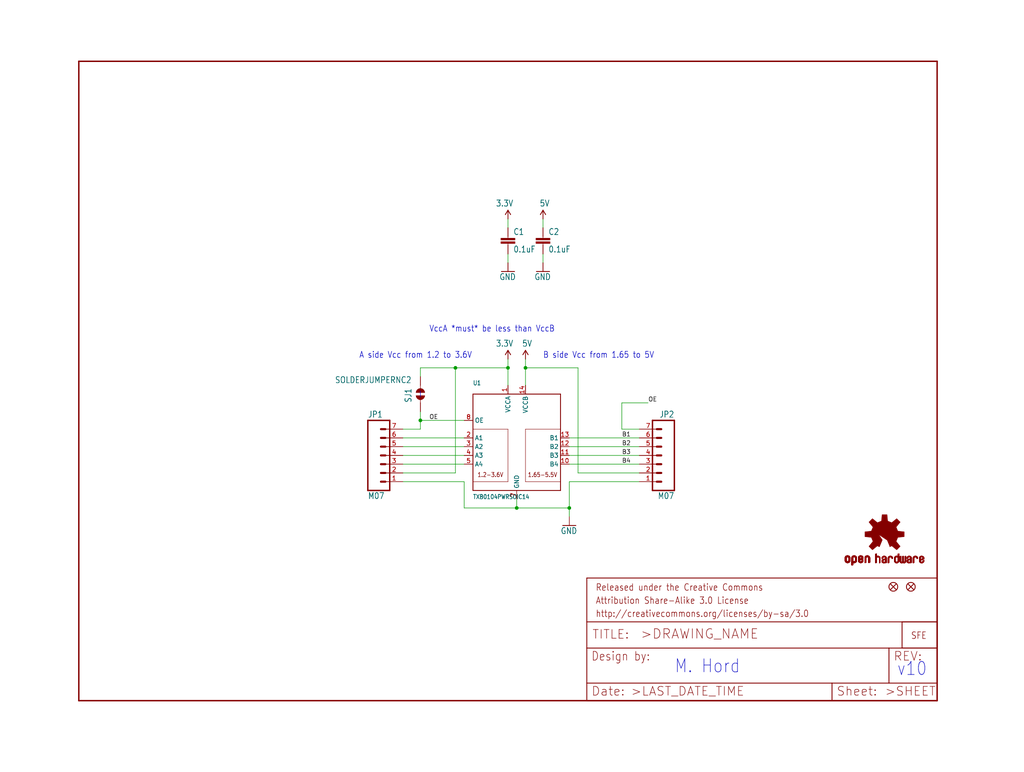
<source format=kicad_sch>
(kicad_sch (version 20211123) (generator eeschema)
  (paper "User" 297.002 223.926)
  (lib_symbols
    (symbol "eagleSchem-eagle-import:0.1UF-25V(+80{slash}-20%)(0603)"
      (property "Reference" "C" (at 1.524 2.921 0))
      (property "Value" "0.1UF-25V(+80{slash}-20%)(0603)" (at 1.524 -2.159 0))
      (symbol "0.1UF-25V(+80{slash}-20%)(0603)_1_0"
        (pin passive line (at 0 5.08 270) (length 2.54) (name "1") (number "1"))
        (pin passive line (at 0 -2.54 90) (length 2.54) (name "2") (number "2"))
      )
    )
    (symbol "eagleSchem-eagle-import:3.3V" (power)
      (property "Value" "3.3V" (at -1.016 3.556 0))
      (symbol "3.3V_1_0"
        (pin power_in line (at 0 0 90) (length 2.54) (name "3.3V") (number "1"))
      )
    )
    (symbol "eagleSchem-eagle-import:5V" (power)
      (property "Value" "5V" (at -1.016 3.556 0))
      (symbol "5V_1_0"
        (pin power_in line (at 0 0 90) (length 2.54) (name "5V") (number "1"))
      )
    )
    (symbol "eagleSchem-eagle-import:FIDUCIALUFIDUCIAL")
    (symbol "eagleSchem-eagle-import:FRAME-LETTER"
      (symbol "FRAME-LETTER_2_0"
        (text ">DRAWING_NAME" (at 15.494 17.78 0) (effects (font (size 2.7432 2.7432)) (justify left bottom)))
        (text ">LAST_DATE_TIME" (at 12.7 1.27 0) (effects (font (size 2.54 2.54)) (justify left bottom)))
        (text ">SHEET" (at 86.36 1.27 0) (effects (font (size 2.54 2.54)) (justify left bottom)))
        (text "Attribution Share-Alike 3.0 License" (at 2.54 27.94 0) (effects (font (size 1.9304 1.6408)) (justify left bottom)))
        (text "Date:" (at 1.27 1.27 0) (effects (font (size 2.54 2.54)) (justify left bottom)))
        (text "Design by:" (at 1.27 11.43 0) (effects (font (size 2.54 2.159)) (justify left bottom)))
        (text "http://creativecommons.org/licenses/by-sa/3.0" (at 2.54 24.13 0) (effects (font (size 1.9304 1.6408)) (justify left bottom)))
        (text "Released under the Creative Commons" (at 2.54 31.75 0) (effects (font (size 1.9304 1.6408)) (justify left bottom)))
        (text "REV:" (at 88.9 11.43 0) (effects (font (size 2.54 2.54)) (justify left bottom)))
        (text "Sheet:" (at 72.39 1.27 0) (effects (font (size 2.54 2.54)) (justify left bottom)))
        (text "TITLE:" (at 1.524 17.78 0) (effects (font (size 2.54 2.54)) (justify left bottom)))
      )
    )
    (symbol "eagleSchem-eagle-import:GND" (power)
      (property "Value" "GND" (at -2.54 -2.54 0))
      (symbol "GND_1_0"
        (pin power_in line (at 0 2.54 270) (length 2.54) (name "GND") (number "1"))
      )
    )
    (symbol "eagleSchem-eagle-import:LOGO-SFESK"
      (symbol "LOGO-SFESK_1_0"
        (text "SFE" (at 0 0 0) (effects (font (size 1.9304 1.6408)) (justify left bottom)))
      )
    )
    (symbol "eagleSchem-eagle-import:M07"
      (property "Reference" "JP" (at -5.08 13.462 0))
      (property "Value" "M07" (at -5.08 -10.16 0))
      (symbol "M07_1_0"
        (pin passive line (at 5.08 -5.08 180) (length 5.08) (name "1") (number "1"))
        (pin passive line (at 5.08 -2.54 180) (length 5.08) (name "2") (number "2"))
        (pin passive line (at 5.08 0 180) (length 5.08) (name "3") (number "3"))
        (pin passive line (at 5.08 2.54 180) (length 5.08) (name "4") (number "4"))
        (pin passive line (at 5.08 5.08 180) (length 5.08) (name "5") (number "5"))
        (pin passive line (at 5.08 7.62 180) (length 5.08) (name "6") (number "6"))
        (pin passive line (at 5.08 10.16 180) (length 5.08) (name "7") (number "7"))
      )
    )
    (symbol "eagleSchem-eagle-import:OSHW-LOGOS")
    (symbol "eagleSchem-eagle-import:SOLDERJUMPERNC2"
      (property "Reference" "SJ" (at -2.54 2.54 0))
      (property "Value" "SOLDERJUMPERNC2" (at -2.54 -5.08 0))
      (symbol "SOLDERJUMPERNC2_1_0"
        (pin passive line (at -5.08 0 0) (length 2.54) (name "1") (number "1"))
        (pin passive line (at 5.08 0 180) (length 2.54) (name "2") (number "2"))
      )
    )
    (symbol "eagleSchem-eagle-import:TXB0104PWRSOIC14"
      (property "Reference" "U" (at -12.7 17.78 0))
      (property "Value" "TXB0104PWRSOIC14" (at -12.7 -15.24 0))
      (symbol "TXB0104PWRSOIC14_1_0"
        (text "1.2-3.6V" (at -11.43 -8.89 0) (effects (font (size 1.27 1.0795)) (justify left bottom)))
        (text "1.65-5.5V" (at 3.175 -8.89 0) (effects (font (size 1.27 1.0795)) (justify left bottom)))
        (pin bidirectional line (at -2.54 17.78 270) (length 2.54) (name "VCCA") (number "1"))
        (pin bidirectional line (at 15.24 -5.08 180) (length 2.54) (name "B4") (number "10"))
        (pin bidirectional line (at 15.24 -2.54 180) (length 2.54) (name "B3") (number "11"))
        (pin bidirectional line (at 15.24 0 180) (length 2.54) (name "B2") (number "12"))
        (pin bidirectional line (at 15.24 2.54 180) (length 2.54) (name "B1") (number "13"))
        (pin bidirectional line (at 2.54 17.78 270) (length 2.54) (name "VCCB") (number "14"))
        (pin bidirectional line (at -15.24 2.54 0) (length 2.54) (name "A1") (number "2"))
        (pin bidirectional line (at -15.24 0 0) (length 2.54) (name "A2") (number "3"))
        (pin bidirectional line (at -15.24 -2.54 0) (length 2.54) (name "A3") (number "4"))
        (pin bidirectional line (at -15.24 -5.08 0) (length 2.54) (name "A4") (number "5"))
        (pin bidirectional line (at 0 -15.24 90) (length 2.54) (name "GND") (number "7"))
        (pin bidirectional line (at -15.24 7.62 0) (length 2.54) (name "OE") (number "8"))
      )
    )
  )
  (junction (at 149.86 147.32))
  (junction (at 147.32 106.68))
  (junction (at 152.4 106.68))
  (junction (at 165.1 147.32))
  (junction (at 132.08 106.68))
  (junction (at 121.92 121.92))
  (polyline (pts (xy 121.92 115.062) (xy 121.92 113.284)))
  (wire (pts (xy 167.64 106.68) (xy 152.4 106.68)))
  (wire (pts (xy 132.08 137.16) (xy 132.08 106.68)))
  (wire (pts (xy 134.62 147.32) (xy 149.86 147.32)))
  (wire (pts (xy 147.32 76.2) (xy 147.32 73.66)))
  (wire (pts (xy 121.92 121.92) (xy 121.92 119.38)))
  (wire (pts (xy 134.62 139.7) (xy 134.62 147.32)))
  (wire (pts (xy 147.32 106.68) (xy 147.32 104.14)))
  (wire (pts (xy 149.86 147.32) (xy 149.86 144.78)))
  (wire (pts (xy 116.84 137.16) (xy 132.08 137.16)))
  (wire (pts (xy 157.48 73.66) (xy 157.48 76.2)))
  (wire (pts (xy 147.32 106.68) (xy 147.32 111.76)))
  (wire (pts (xy 167.64 137.16) (xy 167.64 106.68)))
  (wire (pts (xy 185.42 124.46) (xy 180.34 124.46)))
  (wire (pts (xy 134.62 121.92) (xy 121.92 121.92)))
  (wire (pts (xy 116.84 134.62) (xy 134.62 134.62)))
  (wire (pts (xy 165.1 127) (xy 185.42 127)))
  (wire (pts (xy 185.42 137.16) (xy 167.64 137.16)))
  (wire (pts (xy 165.1 129.54) (xy 185.42 129.54)))
  (wire (pts (xy 165.1 149.86) (xy 165.1 147.32)))
  (wire (pts (xy 147.32 66.04) (xy 147.32 63.5)))
  (wire (pts (xy 134.62 132.08) (xy 116.84 132.08)))
  (wire (pts (xy 165.1 132.08) (xy 185.42 132.08)))
  (wire (pts (xy 134.62 127) (xy 116.84 127)))
  (wire (pts (xy 132.08 106.68) (xy 147.32 106.68)))
  (wire (pts (xy 165.1 134.62) (xy 185.42 134.62)))
  (wire (pts (xy 149.86 147.32) (xy 165.1 147.32)))
  (wire (pts (xy 165.1 147.32) (xy 165.1 139.7)))
  (wire (pts (xy 152.4 104.14) (xy 152.4 106.68)))
  (wire (pts (xy 180.34 124.46) (xy 180.34 116.84)))
  (wire (pts (xy 116.84 124.46) (xy 121.92 124.46)))
  (wire (pts (xy 121.92 106.68) (xy 132.08 106.68)))
  (wire (pts (xy 165.1 139.7) (xy 185.42 139.7)))
  (wire (pts (xy 152.4 106.68) (xy 152.4 111.76)))
  (wire (pts (xy 116.84 139.7) (xy 134.62 139.7)))
  (wire (pts (xy 157.48 63.5) (xy 157.48 66.04)))
  (wire (pts (xy 121.92 124.46) (xy 121.92 121.92)))
  (wire (pts (xy 121.92 109.22) (xy 121.92 106.68)))
  (wire (pts (xy 180.34 116.84) (xy 187.96 116.84)))
  (wire (pts (xy 116.84 129.54) (xy 134.62 129.54)))
  (text "A side Vcc from 1.2 to 3.6V" (at 104.14 104.14 180) (effects (font (size 1.778 1.5113)) (justify left bottom)))
  (text "M. Hord" (at 195.58 195.58 180) (effects (font (size 3.81 3.2385)) (justify left bottom)))
  (text "B side Vcc from 1.65 to 5V" (at 157.48 104.14 180) (effects (font (size 1.778 1.5113)) (justify left bottom)))
  (text "v10" (at 260.096 196.342 180) (effects (font (size 3.81 3.2385)) (justify left bottom)))
  (text "VccA *must* be less than VccB~{}" (at 124.46 96.52 180) (effects (font (size 1.778 1.5113)) (justify left bottom)))
  (label "B1" (at 180.34 127 0) (effects (font (size 1.2446 1.2446))))
  (label "B4" (at 180.34 134.62 0) (effects (font (size 1.2446 1.2446))))
  (label "OE" (at 124.46 121.92 0) (effects (font (size 1.2446 1.2446))))
  (label "B3" (at 180.34 132.08 0) (effects (font (size 1.2446 1.2446))))
  (label "B2" (at 180.34 129.54 0) (effects (font (size 1.2446 1.2446))))
  (label "OE" (at 187.96 116.84 0) (effects (font (size 1.2446 1.2446))))
  (symbol (lib_id "eagleSchem-eagle-import:TXB0104PWRSOIC14") (at 149.86 129.54 0) (unit 1)
    (property "Reference" "U1" (at 137.16 111.76 0) (effects (font (size 1.27 1.0795)) (justify left bottom)))
    (property "Value" "TXB0104PWRSOIC14" (at 137.16 144.78 0) (effects (font (size 1.27 1.0795)) (justify left bottom)))
    (property "Footprint" "eagleSchem:SO14" (effects hide))
  )
  (symbol (lib_id "eagleSchem-eagle-import:SOLDERJUMPERNC2") (at 121.92 114.3 90) (unit 1)
    (property "Reference" "SJ1" (at 119.38 116.84 0) (effects (font (size 1.778 1.5113)) (justify left bottom)))
    (property "Value" "SOLDERJUMPERNC2" (at 119.38 109.22 90) (effects (font (size 1.778 1.5113)) (justify left bottom)))
    (property "Footprint" "eagleSchem:SJ_2S-NOTRACE" (effects hide))
  )
  (symbol (lib_id "eagleSchem-eagle-import:LOGO-SFESK") (at 264.16 185.42 0) (unit 1)
    (property "Reference" "LOGO1" (effects hide))
    (property "Value" "LOGO-SFESK" (effects hide))
    (property "Footprint" "eagleSchem:SFE-LOGO-FLAME" (effects hide))
  )
  (symbol (lib_id "eagleSchem-eagle-import:GND") (at 165.1 152.4 0) (unit 1)
    (property "Reference" "#GND1" (effects hide))
    (property "Value" "GND" (at 162.56 154.94 0) (effects (font (size 1.778 1.5113)) (justify left bottom)))
    (property "Footprint" "eagleSchem:" (effects hide))
  )
  (symbol (lib_id "eagleSchem-eagle-import:FIDUCIALUFIDUCIAL") (at 259.08 170.18 0) (unit 1)
    (property "Reference" "FID2" (effects hide))
    (property "Value" "FIDUCIALUFIDUCIAL" (effects hide))
    (property "Footprint" "eagleSchem:MICRO-FIDUCIAL" (effects hide))
  )
  (symbol (lib_id "eagleSchem-eagle-import:M07") (at 190.5 134.62 0) (mirror y) (unit 1)
    (property "Reference" "JP2" (at 195.58 121.158 0) (effects (font (size 1.778 1.5113)) (justify left bottom)))
    (property "Value" "M07" (at 195.58 144.78 0) (effects (font (size 1.778 1.5113)) (justify left bottom)))
    (property "Footprint" "eagleSchem:1X07" (effects hide))
  )
  (symbol (lib_id "eagleSchem-eagle-import:M07") (at 111.76 134.62 0) (unit 1)
    (property "Reference" "JP1" (at 106.68 121.158 0) (effects (font (size 1.778 1.5113)) (justify left bottom)))
    (property "Value" "M07" (at 106.68 144.78 0) (effects (font (size 1.778 1.5113)) (justify left bottom)))
    (property "Footprint" "eagleSchem:1X07" (effects hide))
  )
  (symbol (lib_id "eagleSchem-eagle-import:0.1UF-25V(+80{slash}-20%)(0603)") (at 157.48 71.12 0) (unit 1)
    (property "Reference" "C2" (at 159.004 68.199 0) (effects (font (size 1.778 1.5113)) (justify left bottom)))
    (property "Value" "0.1uF" (at 159.004 73.279 0) (effects (font (size 1.778 1.5113)) (justify left bottom)))
    (property "Footprint" "eagleSchem:0603-CAP" (effects hide))
  )
  (symbol (lib_id "eagleSchem-eagle-import:0.1UF-25V(+80{slash}-20%)(0603)") (at 147.32 71.12 0) (unit 1)
    (property "Reference" "C1" (at 148.844 68.199 0) (effects (font (size 1.778 1.5113)) (justify left bottom)))
    (property "Value" "0.1uF" (at 148.844 73.279 0) (effects (font (size 1.778 1.5113)) (justify left bottom)))
    (property "Footprint" "eagleSchem:0603-CAP" (effects hide))
  )
  (symbol (lib_id "eagleSchem-eagle-import:GND") (at 147.32 78.74 0) (unit 1)
    (property "Reference" "#GND3" (effects hide))
    (property "Value" "GND" (at 144.78 81.28 0) (effects (font (size 1.778 1.5113)) (justify left bottom)))
    (property "Footprint" "eagleSchem:" (effects hide))
  )
  (symbol (lib_id "eagleSchem-eagle-import:FRAME-LETTER") (at 22.86 203.2 0) (unit 1)
    (property "Reference" "FRAME1" (effects hide))
    (property "Value" "FRAME-LETTER" (effects hide))
    (property "Footprint" "eagleSchem:CREATIVE_COMMONS" (effects hide))
  )
  (symbol (lib_id "eagleSchem-eagle-import:GND") (at 157.48 78.74 0) (unit 1)
    (property "Reference" "#GND2" (effects hide))
    (property "Value" "GND" (at 154.94 81.28 0) (effects (font (size 1.778 1.5113)) (justify left bottom)))
    (property "Footprint" "eagleSchem:" (effects hide))
  )
  (symbol (lib_id "eagleSchem-eagle-import:5V") (at 157.48 63.5 0) (unit 1)
    (property "Reference" "#SUPPLY4" (effects hide))
    (property "Value" "5V" (at 156.464 59.944 0) (effects (font (size 1.778 1.5113)) (justify left bottom)))
    (property "Footprint" "eagleSchem:" (effects hide))
  )
  (symbol (lib_id "eagleSchem-eagle-import:OSHW-LOGOS") (at 256.54 154.94 0) (unit 1)
    (property "Reference" "LOGO2" (effects hide))
    (property "Value" "OSHW-LOGOS" (effects hide))
    (property "Footprint" "eagleSchem:OSHW-LOGO-S" (effects hide))
  )
  (symbol (lib_id "eagleSchem-eagle-import:FIDUCIALUFIDUCIAL") (at 264.16 170.18 0) (unit 1)
    (property "Reference" "FID1" (effects hide))
    (property "Value" "FIDUCIALUFIDUCIAL" (effects hide))
    (property "Footprint" "eagleSchem:MICRO-FIDUCIAL" (effects hide))
  )
  (symbol (lib_id "eagleSchem-eagle-import:3.3V") (at 147.32 104.14 0) (unit 1)
    (property "Reference" "#SUPPLY2" (effects hide))
    (property "Value" "3.3V" (at 143.764 100.584 0) (effects (font (size 1.778 1.5113)) (justify left bottom)))
    (property "Footprint" "eagleSchem:" (effects hide))
  )
  (symbol (lib_id "eagleSchem-eagle-import:FRAME-LETTER") (at 170.18 203.2 0) (unit 2)
    (property "Reference" "FRAME1" (effects hide))
    (property "Value" "FRAME-LETTER" (effects hide))
    (property "Footprint" "eagleSchem:CREATIVE_COMMONS" (effects hide))
  )
  (symbol (lib_id "eagleSchem-eagle-import:5V") (at 152.4 104.14 0) (unit 1)
    (property "Reference" "#SUPPLY1" (effects hide))
    (property "Value" "5V" (at 151.384 100.584 0) (effects (font (size 1.778 1.5113)) (justify left bottom)))
    (property "Footprint" "eagleSchem:" (effects hide))
  )
  (symbol (lib_id "eagleSchem-eagle-import:3.3V") (at 147.32 63.5 0) (unit 1)
    (property "Reference" "#SUPPLY3" (effects hide))
    (property "Value" "3.3V" (at 143.764 59.944 0) (effects (font (size 1.778 1.5113)) (justify left bottom)))
    (property "Footprint" "eagleSchem:" (effects hide))
  )
)
</source>
